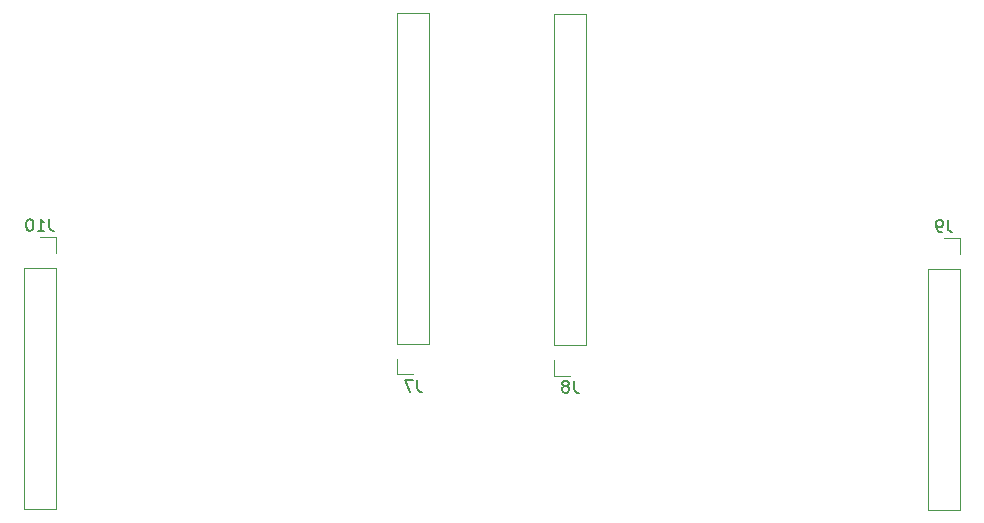
<source format=gbr>
%TF.GenerationSoftware,KiCad,Pcbnew,(6.0.1-0)*%
%TF.CreationDate,2023-01-31T22:38:11+01:00*%
%TF.ProjectId,Yusynth4lfo,59757379-6e74-4683-946c-666f2e6b6963,rev?*%
%TF.SameCoordinates,Original*%
%TF.FileFunction,Legend,Bot*%
%TF.FilePolarity,Positive*%
%FSLAX46Y46*%
G04 Gerber Fmt 4.6, Leading zero omitted, Abs format (unit mm)*
G04 Created by KiCad (PCBNEW (6.0.1-0)) date 2023-01-31 22:38:11*
%MOMM*%
%LPD*%
G01*
G04 APERTURE LIST*
%ADD10C,0.150000*%
%ADD11C,0.120000*%
G04 APERTURE END LIST*
D10*
%TO.C,J10*%
X146709523Y-90822380D02*
X146709523Y-91536666D01*
X146757142Y-91679523D01*
X146852380Y-91774761D01*
X146995238Y-91822380D01*
X147090476Y-91822380D01*
X145709523Y-91822380D02*
X146280952Y-91822380D01*
X145995238Y-91822380D02*
X145995238Y-90822380D01*
X146090476Y-90965238D01*
X146185714Y-91060476D01*
X146280952Y-91108095D01*
X145090476Y-90822380D02*
X144995238Y-90822380D01*
X144900000Y-90870000D01*
X144852380Y-90917619D01*
X144804761Y-91012857D01*
X144757142Y-91203333D01*
X144757142Y-91441428D01*
X144804761Y-91631904D01*
X144852380Y-91727142D01*
X144900000Y-91774761D01*
X144995238Y-91822380D01*
X145090476Y-91822380D01*
X145185714Y-91774761D01*
X145233333Y-91727142D01*
X145280952Y-91631904D01*
X145328571Y-91441428D01*
X145328571Y-91203333D01*
X145280952Y-91012857D01*
X145233333Y-90917619D01*
X145185714Y-90870000D01*
X145090476Y-90822380D01*
%TO.C,J8*%
X191133333Y-104532380D02*
X191133333Y-105246666D01*
X191180952Y-105389523D01*
X191276190Y-105484761D01*
X191419047Y-105532380D01*
X191514285Y-105532380D01*
X190514285Y-104960952D02*
X190609523Y-104913333D01*
X190657142Y-104865714D01*
X190704761Y-104770476D01*
X190704761Y-104722857D01*
X190657142Y-104627619D01*
X190609523Y-104580000D01*
X190514285Y-104532380D01*
X190323809Y-104532380D01*
X190228571Y-104580000D01*
X190180952Y-104627619D01*
X190133333Y-104722857D01*
X190133333Y-104770476D01*
X190180952Y-104865714D01*
X190228571Y-104913333D01*
X190323809Y-104960952D01*
X190514285Y-104960952D01*
X190609523Y-105008571D01*
X190657142Y-105056190D01*
X190704761Y-105151428D01*
X190704761Y-105341904D01*
X190657142Y-105437142D01*
X190609523Y-105484761D01*
X190514285Y-105532380D01*
X190323809Y-105532380D01*
X190228571Y-105484761D01*
X190180952Y-105437142D01*
X190133333Y-105341904D01*
X190133333Y-105151428D01*
X190180952Y-105056190D01*
X190228571Y-105008571D01*
X190323809Y-104960952D01*
%TO.C,J9*%
X222783333Y-90922380D02*
X222783333Y-91636666D01*
X222830952Y-91779523D01*
X222926190Y-91874761D01*
X223069047Y-91922380D01*
X223164285Y-91922380D01*
X222259523Y-91922380D02*
X222069047Y-91922380D01*
X221973809Y-91874761D01*
X221926190Y-91827142D01*
X221830952Y-91684285D01*
X221783333Y-91493809D01*
X221783333Y-91112857D01*
X221830952Y-91017619D01*
X221878571Y-90970000D01*
X221973809Y-90922380D01*
X222164285Y-90922380D01*
X222259523Y-90970000D01*
X222307142Y-91017619D01*
X222354761Y-91112857D01*
X222354761Y-91350952D01*
X222307142Y-91446190D01*
X222259523Y-91493809D01*
X222164285Y-91541428D01*
X221973809Y-91541428D01*
X221878571Y-91493809D01*
X221830952Y-91446190D01*
X221783333Y-91350952D01*
%TO.C,J7*%
X177833333Y-104442380D02*
X177833333Y-105156666D01*
X177880952Y-105299523D01*
X177976190Y-105394761D01*
X178119047Y-105442380D01*
X178214285Y-105442380D01*
X177452380Y-104442380D02*
X176785714Y-104442380D01*
X177214285Y-105442380D01*
D11*
%TO.C,J10*%
X147230000Y-115350000D02*
X144570000Y-115350000D01*
X147230000Y-94970000D02*
X147230000Y-115350000D01*
X144570000Y-94970000D02*
X144570000Y-115350000D01*
X147230000Y-93700000D02*
X147230000Y-92370000D01*
X147230000Y-92370000D02*
X145900000Y-92370000D01*
X147230000Y-94970000D02*
X144570000Y-94970000D01*
%TO.C,J8*%
X189470000Y-73480000D02*
X192130000Y-73480000D01*
X189470000Y-101480000D02*
X192130000Y-101480000D01*
X189470000Y-101480000D02*
X189470000Y-73480000D01*
X189470000Y-102750000D02*
X189470000Y-104080000D01*
X189470000Y-104080000D02*
X190800000Y-104080000D01*
X192130000Y-101480000D02*
X192130000Y-73480000D01*
%TO.C,J9*%
X223780000Y-95070000D02*
X223780000Y-115450000D01*
X223780000Y-115450000D02*
X221120000Y-115450000D01*
X223780000Y-95070000D02*
X221120000Y-95070000D01*
X221120000Y-95070000D02*
X221120000Y-115450000D01*
X223780000Y-93800000D02*
X223780000Y-92470000D01*
X223780000Y-92470000D02*
X222450000Y-92470000D01*
%TO.C,J7*%
X178830000Y-101390000D02*
X178830000Y-73390000D01*
X176170000Y-101390000D02*
X178830000Y-101390000D01*
X176170000Y-101390000D02*
X176170000Y-73390000D01*
X176170000Y-73390000D02*
X178830000Y-73390000D01*
X176170000Y-102660000D02*
X176170000Y-103990000D01*
X176170000Y-103990000D02*
X177500000Y-103990000D01*
%TD*%
M02*

</source>
